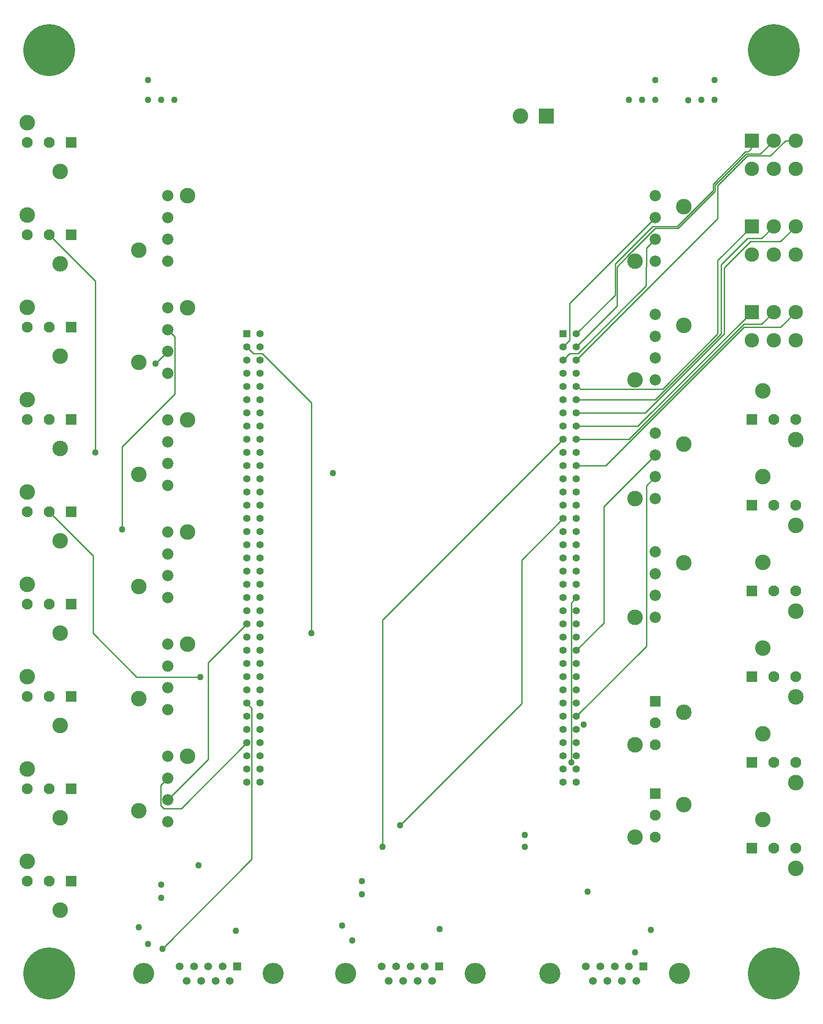
<source format=gbl>
G04*
G04 #@! TF.GenerationSoftware,Altium Limited,Altium Designer,21.9.2 (33)*
G04*
G04 Layer_Physical_Order=4*
G04 Layer_Color=16711680*
%FSLAX44Y44*%
%MOMM*%
G71*
G04*
G04 #@! TF.SameCoordinates,D0450A9E-FE46-4EA2-B322-C77A40C1B8EA*
G04*
G04*
G04 #@! TF.FilePolarity,Positive*
G04*
G01*
G75*
%ADD11C,0.2540*%
%ADD49R,1.3900X1.3900*%
%ADD50C,1.3900*%
%ADD51C,2.7750*%
%ADD52R,2.7750X2.7750*%
%ADD53C,3.0000*%
%ADD54R,3.0000X3.0000*%
%ADD55C,10.0000*%
%ADD56C,4.0660*%
%ADD57R,1.5080X1.5080*%
%ADD58C,1.5080*%
%ADD59C,2.1750*%
%ADD60R,2.1000X2.1000*%
%ADD61C,2.1000*%
%ADD62R,2.1000X2.1000*%
%ADD63C,1.2700*%
D11*
X1219120Y1486125D02*
G03*
X1218816Y1485814I12380J-12425D01*
G01*
X1447800Y1676400D02*
X1492214D01*
X1390650Y1555750D02*
Y1619250D01*
X1447800Y1676400D01*
X1381555Y1621893D02*
X1443682Y1684020D01*
X1449070D01*
X1445260Y1680210D02*
X1472810D01*
X1449070Y1684020D02*
X1454853Y1689803D01*
X1385365Y1608371D02*
Y1620314D01*
X1445260Y1680210D01*
X1381555Y1609949D02*
Y1621893D01*
X1454853Y1689803D02*
Y1704253D01*
X1456600Y1706000D01*
X1117600Y1282700D02*
X1390650Y1555750D01*
X1269695Y1536700D02*
X1313694D01*
X1312115Y1540510D02*
X1381555Y1609949D01*
X1313694Y1536700D02*
X1385365Y1608371D01*
X1265062Y1540510D02*
X1312115D01*
X1492214Y1676400D02*
X1521814Y1706000D01*
X1472810Y1680210D02*
X1498600Y1706000D01*
X1117600Y1308100D02*
X1196622Y1387122D01*
Y1462575D01*
X1219120Y1486125D02*
X1269695Y1536700D01*
X1255126Y1530574D02*
X1265062Y1540510D01*
X1255126Y1530574D02*
Y1530574D01*
X1192812Y1408712D02*
Y1468260D01*
X1255126Y1530574D01*
X1117600Y1333500D02*
X1192812Y1408712D01*
X1251984Y1426228D02*
X1253472Y1499172D01*
X1196622Y1462575D02*
X1218816Y1485814D01*
X1253472Y1499172D02*
X1270000Y1515700D01*
X1121156Y1295400D02*
X1251984Y1426228D01*
X1521814Y1706000D02*
X1540600D01*
X1125014Y1227560D02*
X1284710D01*
X1390650Y1333500D02*
Y1474950D01*
X1284710Y1227560D02*
X1390650Y1333500D01*
X1250950Y1181100D02*
X1403350Y1333500D01*
X1117600Y1181100D02*
X1250950D01*
X1117600Y1206500D02*
X1270000D01*
X1397000Y1333500D01*
Y1466850D01*
X1403350Y1333500D02*
Y1460500D01*
X1117600Y1155700D02*
X1236500D01*
X1456600Y1375800D01*
X1219200Y1130300D02*
X1441450Y1352550D01*
Y1346200D02*
X1511000D01*
X1117600Y1130300D02*
X1219200D01*
X1441450Y1352550D02*
X1475350D01*
X1174750Y1079500D02*
X1441450Y1346200D01*
X1117600Y1079500D02*
X1174750D01*
X1390650Y1474950D02*
X1456600Y1540900D01*
X1117600Y1231900D02*
X1120674D01*
X1125014Y1227560D01*
X1397000Y1466850D02*
X1447800Y1517650D01*
X1475350D01*
X1454150Y1511300D02*
X1511000D01*
X1403350Y1460500D02*
X1454150Y1511300D01*
X1511000D02*
X1540600Y1540900D01*
X1475350Y1517650D02*
X1498600Y1540900D01*
X1475350Y1352550D02*
X1498600Y1375800D01*
X1511000Y1346200D02*
X1540600Y1375800D01*
X101600Y1524000D02*
X190500Y1435100D01*
Y1104900D02*
Y1435100D01*
X270510Y672338D02*
X393192D01*
X185928Y756920D02*
Y906272D01*
Y756920D02*
X270510Y672338D01*
X101600Y990600D02*
X185928Y906272D01*
X319786Y149606D02*
X492252Y322072D01*
Y612648D01*
X1107948Y815848D02*
X1117600Y825500D01*
X1107948Y508000D02*
Y815848D01*
X1092200Y1308100D02*
X1104900Y1320800D01*
Y1392600D01*
X1270000Y1557700D01*
X306578Y1276178D02*
X330200Y1299800D01*
X482600Y1308100D02*
X495300Y1295400D01*
X512572D01*
X607060Y1200912D01*
Y756920D02*
Y1200912D01*
X241808Y956818D02*
Y1116330D01*
X343662Y1218184D01*
Y1328338D01*
X330200Y1341800D02*
X343662Y1328338D01*
X316738Y464738D02*
X330200Y478200D01*
X316738Y425450D02*
Y464738D01*
Y425450D02*
X322580Y419608D01*
X356108D01*
X482600Y546100D01*
Y622300D02*
X492252Y612648D01*
X744220Y782320D02*
X1092200Y1130300D01*
X744220Y345440D02*
Y782320D01*
X1012444Y898144D02*
X1092200Y977900D01*
X1012444Y621538D02*
Y898144D01*
X778256Y387350D02*
X1012444Y621538D01*
X1252728Y1041228D02*
X1270000Y1058500D01*
X1252728Y732028D02*
Y1041228D01*
X1117600Y596900D02*
X1252728Y732028D01*
X1117600Y723900D02*
X1170686Y776986D01*
Y1001186D01*
X1270000Y1100500D01*
X1104900Y1295400D02*
X1121156D01*
X1092200Y1282700D02*
X1104900Y1295400D01*
X408432Y700532D02*
X482600Y774700D01*
X408432Y514432D02*
Y700532D01*
X330200Y436200D02*
X408432Y514432D01*
D49*
X1092200Y1333500D02*
D03*
X482600D02*
D03*
D50*
X1117600D02*
D03*
X1092200Y1308100D02*
D03*
X1117600D02*
D03*
X1092200Y1282700D02*
D03*
X1117600D02*
D03*
X1092200Y1257300D02*
D03*
X1117600D02*
D03*
X1092200Y1231900D02*
D03*
X1117600D02*
D03*
X1092200Y1206500D02*
D03*
X1117600D02*
D03*
X1092200Y1181100D02*
D03*
X1117600D02*
D03*
X1092200Y1155700D02*
D03*
X1117600D02*
D03*
X1092200Y1130300D02*
D03*
X1117600D02*
D03*
X1092200Y1104900D02*
D03*
X1117600D02*
D03*
X1092200Y1079500D02*
D03*
X1117600D02*
D03*
X1092200Y1054100D02*
D03*
X1117600D02*
D03*
X1092200Y1028700D02*
D03*
X1117600D02*
D03*
X1092200Y1003300D02*
D03*
X1117600D02*
D03*
X1092200Y977900D02*
D03*
X1117600D02*
D03*
X1092200Y952500D02*
D03*
X1117600D02*
D03*
X1092200Y927100D02*
D03*
X1117600D02*
D03*
X1092200Y901700D02*
D03*
X1117600D02*
D03*
X1092200Y876300D02*
D03*
X1117600D02*
D03*
X1092200Y850900D02*
D03*
X1117600D02*
D03*
X1092200Y825500D02*
D03*
X1117600D02*
D03*
X1092200Y800100D02*
D03*
X1117600D02*
D03*
X1092200Y774700D02*
D03*
X1117600D02*
D03*
X1092200Y749300D02*
D03*
X1117600D02*
D03*
X1092200Y723900D02*
D03*
X1117600D02*
D03*
X1092200Y698500D02*
D03*
X1117600D02*
D03*
X1092200Y673100D02*
D03*
X1117600D02*
D03*
X1092200Y647700D02*
D03*
X1117600D02*
D03*
X1092200Y622300D02*
D03*
X1117600D02*
D03*
X1092200Y596900D02*
D03*
X1117600D02*
D03*
X1092200Y571500D02*
D03*
X1117600D02*
D03*
X1092200Y546100D02*
D03*
X1117600D02*
D03*
X1092200Y520700D02*
D03*
X1117600D02*
D03*
X1092200Y495300D02*
D03*
X1117600D02*
D03*
X1092200Y469900D02*
D03*
X1117600D02*
D03*
X508000D02*
D03*
X482600D02*
D03*
X508000Y495300D02*
D03*
X482600D02*
D03*
X508000Y520700D02*
D03*
X482600D02*
D03*
X508000Y546100D02*
D03*
X482600D02*
D03*
X508000Y571500D02*
D03*
X482600D02*
D03*
X508000Y596900D02*
D03*
X482600D02*
D03*
X508000Y622300D02*
D03*
X482600D02*
D03*
X508000Y647700D02*
D03*
X482600D02*
D03*
X508000Y673100D02*
D03*
X482600D02*
D03*
X508000Y698500D02*
D03*
X482600D02*
D03*
X508000Y723900D02*
D03*
X482600D02*
D03*
X508000Y749300D02*
D03*
X482600D02*
D03*
X508000Y774700D02*
D03*
X482600D02*
D03*
X508000Y800100D02*
D03*
X482600D02*
D03*
X508000Y825500D02*
D03*
X482600D02*
D03*
X508000Y850900D02*
D03*
X482600D02*
D03*
X508000Y876300D02*
D03*
X482600D02*
D03*
X508000Y901700D02*
D03*
X482600D02*
D03*
X508000Y927100D02*
D03*
X482600D02*
D03*
X508000Y952500D02*
D03*
X482600D02*
D03*
X508000Y977900D02*
D03*
X482600D02*
D03*
X508000Y1003300D02*
D03*
X482600D02*
D03*
X508000Y1028700D02*
D03*
X482600D02*
D03*
X508000Y1054100D02*
D03*
X482600D02*
D03*
X508000Y1079500D02*
D03*
X482600D02*
D03*
X508000Y1104900D02*
D03*
X482600D02*
D03*
X508000Y1130300D02*
D03*
X482600D02*
D03*
X508000Y1155700D02*
D03*
X482600D02*
D03*
X508000Y1181100D02*
D03*
X482600D02*
D03*
X508000Y1206500D02*
D03*
X482600D02*
D03*
X508000Y1231900D02*
D03*
X482600D02*
D03*
X508000Y1257300D02*
D03*
X482600D02*
D03*
X508000Y1282700D02*
D03*
X482600D02*
D03*
X508000Y1308100D02*
D03*
X482600D02*
D03*
X508000Y1333500D02*
D03*
D51*
X1540600Y1651000D02*
D03*
X1498600D02*
D03*
X1456600D02*
D03*
X1498600Y1706000D02*
D03*
X1540600D02*
D03*
X1540600Y1375800D02*
D03*
X1498600D02*
D03*
X1456600Y1320800D02*
D03*
X1498600D02*
D03*
X1540600D02*
D03*
Y1540900D02*
D03*
X1498600D02*
D03*
X1456600Y1485900D02*
D03*
X1498600D02*
D03*
X1540600D02*
D03*
D52*
X1456600Y1706000D02*
D03*
X1456600Y1375800D02*
D03*
Y1540900D02*
D03*
D53*
X1010050Y1752600D02*
D03*
X1231500Y1245100D02*
D03*
X1325500Y1350100D02*
D03*
X1231500Y1473700D02*
D03*
X1325500Y1578700D02*
D03*
X274700Y1494700D02*
D03*
X368700Y1599700D02*
D03*
X1231500Y1016500D02*
D03*
X1325500Y1121500D02*
D03*
X1231500Y787900D02*
D03*
X1325500Y892900D02*
D03*
Y605200D02*
D03*
X1231500Y542200D02*
D03*
Y364400D02*
D03*
X1325500Y427400D02*
D03*
X1477600Y398400D02*
D03*
X1540600Y304400D02*
D03*
X1477600Y563500D02*
D03*
X1540600Y469500D02*
D03*
Y634600D02*
D03*
X1477600Y728600D02*
D03*
Y893700D02*
D03*
X1540600Y799700D02*
D03*
X1477600Y1058800D02*
D03*
X1540600Y964800D02*
D03*
X1477600Y1223900D02*
D03*
X1540600Y1129900D02*
D03*
X59600Y1562500D02*
D03*
X122600Y1468500D02*
D03*
X368700Y520200D02*
D03*
X274700Y415200D02*
D03*
X59600Y673500D02*
D03*
X122600Y579500D02*
D03*
X368700Y1383800D02*
D03*
X274700Y1278800D02*
D03*
X368700Y952000D02*
D03*
X274700Y847000D02*
D03*
X59600Y1384700D02*
D03*
X122600Y1290700D02*
D03*
X59600Y851300D02*
D03*
X122600Y757300D02*
D03*
X59600Y495700D02*
D03*
X122600Y401700D02*
D03*
X59600Y1029100D02*
D03*
X122600Y935100D02*
D03*
X59600Y1740300D02*
D03*
X122600Y1646300D02*
D03*
X59600Y1206900D02*
D03*
X122600Y1112900D02*
D03*
X59600Y317900D02*
D03*
X122600Y223900D02*
D03*
X368700Y736100D02*
D03*
X274700Y631100D02*
D03*
X368700Y1167900D02*
D03*
X274700Y1062900D02*
D03*
D54*
X1060050Y1752600D02*
D03*
D55*
X101600Y1879600D02*
D03*
X1498600D02*
D03*
Y101600D02*
D03*
X101600D02*
D03*
D56*
X1316700D02*
D03*
X1066800D02*
D03*
X533400D02*
D03*
X283500D02*
D03*
X923000D02*
D03*
X673100D02*
D03*
D57*
X1247150Y115800D02*
D03*
X463850D02*
D03*
X853450D02*
D03*
D58*
X1233300Y87400D02*
D03*
X1219450Y115800D02*
D03*
X1205600Y87400D02*
D03*
X1191750Y115800D02*
D03*
X1177900Y87400D02*
D03*
X1164050Y115800D02*
D03*
X1150200Y87400D02*
D03*
X1136350Y115800D02*
D03*
X450000Y87400D02*
D03*
X436150Y115800D02*
D03*
X422300Y87400D02*
D03*
X408450Y115800D02*
D03*
X394600Y87400D02*
D03*
X380750Y115800D02*
D03*
X366900Y87400D02*
D03*
X353050Y115800D02*
D03*
X839600Y87400D02*
D03*
X825750Y115800D02*
D03*
X811900Y87400D02*
D03*
X798050Y115800D02*
D03*
X784200Y87400D02*
D03*
X770350Y115800D02*
D03*
X756500Y87400D02*
D03*
X742650Y115800D02*
D03*
D59*
X1270000Y1245100D02*
D03*
Y1287100D02*
D03*
Y1329100D02*
D03*
Y1371100D02*
D03*
Y1473700D02*
D03*
Y1515700D02*
D03*
Y1557700D02*
D03*
Y1599700D02*
D03*
X330200Y1473700D02*
D03*
Y1515700D02*
D03*
Y1557700D02*
D03*
Y1599700D02*
D03*
X1270000Y1016500D02*
D03*
Y1058500D02*
D03*
Y1100500D02*
D03*
Y1142500D02*
D03*
Y787900D02*
D03*
Y829900D02*
D03*
Y871900D02*
D03*
Y913900D02*
D03*
X330200Y520200D02*
D03*
Y478200D02*
D03*
Y436200D02*
D03*
Y394200D02*
D03*
Y1383800D02*
D03*
Y1341800D02*
D03*
Y1299800D02*
D03*
Y1257800D02*
D03*
Y952000D02*
D03*
Y910000D02*
D03*
Y868000D02*
D03*
Y826000D02*
D03*
Y736100D02*
D03*
Y694100D02*
D03*
Y652100D02*
D03*
Y610100D02*
D03*
Y1167900D02*
D03*
Y1125900D02*
D03*
Y1083900D02*
D03*
Y1041900D02*
D03*
D60*
X1270000Y626200D02*
D03*
Y448400D02*
D03*
D61*
Y584200D02*
D03*
Y542200D02*
D03*
Y364400D02*
D03*
Y406400D02*
D03*
X1498600Y342900D02*
D03*
X1540600D02*
D03*
X1498600Y508000D02*
D03*
X1540600D02*
D03*
Y673100D02*
D03*
X1498600D02*
D03*
Y838200D02*
D03*
X1540600D02*
D03*
X1498600Y1003300D02*
D03*
X1540600D02*
D03*
X1498600Y1168400D02*
D03*
X1540600D02*
D03*
X59600Y1524000D02*
D03*
X101600D02*
D03*
X59600Y635000D02*
D03*
X101600D02*
D03*
X59600Y1346200D02*
D03*
X101600D02*
D03*
X59600Y812800D02*
D03*
X101600D02*
D03*
X59600Y457200D02*
D03*
X101600D02*
D03*
X59600Y990600D02*
D03*
X101600D02*
D03*
X59600Y1701800D02*
D03*
X101600D02*
D03*
X59600Y1168400D02*
D03*
X101600D02*
D03*
X59600Y279400D02*
D03*
X101600D02*
D03*
D62*
X1456600Y342900D02*
D03*
Y508000D02*
D03*
Y673100D02*
D03*
Y838200D02*
D03*
Y1003300D02*
D03*
Y1168400D02*
D03*
X143600Y1524000D02*
D03*
Y635000D02*
D03*
Y1346200D02*
D03*
Y812800D02*
D03*
Y457200D02*
D03*
Y990600D02*
D03*
Y1701800D02*
D03*
Y1168400D02*
D03*
Y279400D02*
D03*
D63*
X190500Y1104900D02*
D03*
X393192Y672338D02*
D03*
X1107948Y508000D02*
D03*
X389128Y309880D02*
D03*
X306578Y1276178D02*
D03*
X607060Y756920D02*
D03*
X1018540Y345440D02*
D03*
X1132078Y581152D02*
D03*
X241808Y956818D02*
D03*
X648970Y1065530D02*
D03*
X319786Y149606D02*
D03*
X744220Y345440D02*
D03*
X778256Y387350D02*
D03*
X1018540Y369062D02*
D03*
X1244600Y1784350D02*
D03*
X1219200D02*
D03*
X342900D02*
D03*
X1333583Y1783388D02*
D03*
X1358900Y1784350D02*
D03*
X1384300D02*
D03*
Y1822450D02*
D03*
X1270000Y1784350D02*
D03*
Y1822450D02*
D03*
X292100D02*
D03*
Y1784350D02*
D03*
X317500D02*
D03*
X704850Y279400D02*
D03*
Y254000D02*
D03*
X685800Y165100D02*
D03*
X317500Y247650D02*
D03*
Y273050D02*
D03*
X292100Y158750D02*
D03*
X274320Y190500D02*
D03*
X665970Y194540D02*
D03*
X461772Y183896D02*
D03*
X853930Y187936D02*
D03*
X1139680Y259080D02*
D03*
X1231120Y142240D02*
D03*
X1261600Y185420D02*
D03*
M02*

</source>
